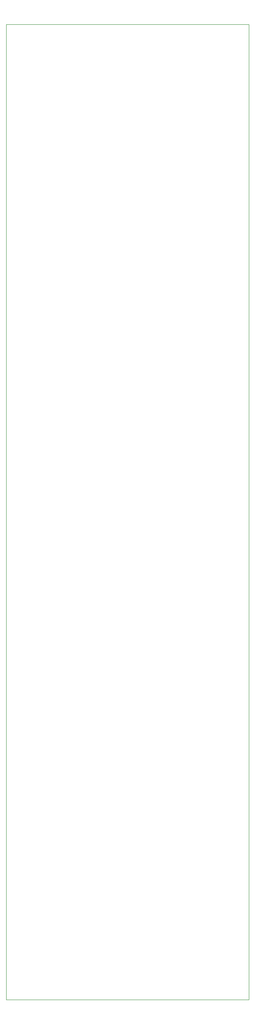
<source format=gbr>
%TF.GenerationSoftware,KiCad,Pcbnew,(5.1.9)-1*%
%TF.CreationDate,2021-09-13T20:57:42+01:00*%
%TF.ProjectId,KOSMO Mult faceplate,4b4f534d-4f20-44d7-956c-742066616365,rev?*%
%TF.SameCoordinates,Original*%
%TF.FileFunction,Profile,NP*%
%FSLAX46Y46*%
G04 Gerber Fmt 4.6, Leading zero omitted, Abs format (unit mm)*
G04 Created by KiCad (PCBNEW (5.1.9)-1) date 2021-09-13 20:57:42*
%MOMM*%
%LPD*%
G01*
G04 APERTURE LIST*
%TA.AperFunction,Profile*%
%ADD10C,0.050000*%
%TD*%
G04 APERTURE END LIST*
D10*
X15240000Y-214884000D02*
X15240000Y-14859000D01*
X65214500Y-214884000D02*
X15240000Y-214884000D01*
X65214500Y-14859000D02*
X65214500Y-214884000D01*
X15240000Y-14859000D02*
X65214500Y-14859000D01*
M02*

</source>
